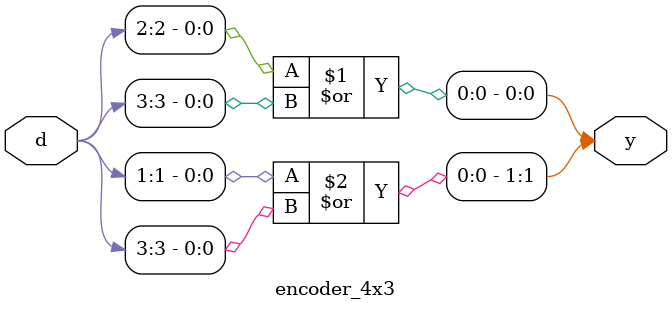
<source format=v>
`timescale 1ns / 1ps

module encoder_4x3(d,y);
input [3:0]d;
output [1:0]y;

assign y[0] = d[2]|d[3];
assign y[1] = d[1]|d[3];

endmodule

</source>
